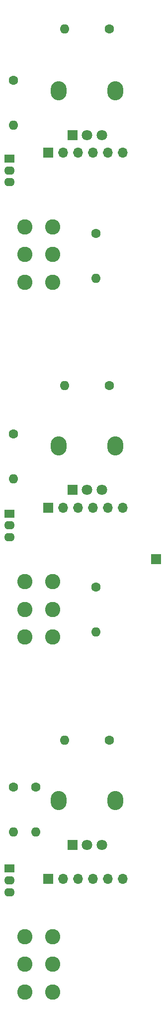
<source format=gts>
%TF.GenerationSoftware,KiCad,Pcbnew,9.0.0*%
%TF.CreationDate,2025-03-16T11:10:10+01:00*%
%TF.ProjectId,DMH_Tripple_VCA_PCB_2,444d485f-5472-4697-9070-6c655f564341,1*%
%TF.SameCoordinates,Original*%
%TF.FileFunction,Soldermask,Top*%
%TF.FilePolarity,Negative*%
%FSLAX46Y46*%
G04 Gerber Fmt 4.6, Leading zero omitted, Abs format (unit mm)*
G04 Created by KiCad (PCBNEW 9.0.0) date 2025-03-16 11:10:10*
%MOMM*%
%LPD*%
G01*
G04 APERTURE LIST*
%ADD10C,1.600000*%
%ADD11O,1.600000X1.600000*%
%ADD12O,2.720000X3.240000*%
%ADD13R,1.800000X1.800000*%
%ADD14C,1.800000*%
%ADD15R,1.700000X1.700000*%
%ADD16R,1.800000X1.400000*%
%ADD17O,1.800000X1.400000*%
%ADD18C,2.600000*%
%ADD19O,1.700000X1.700000*%
G04 APERTURE END LIST*
D10*
%TO.C,R55*%
X87060000Y-170750000D03*
D11*
X79440000Y-170750000D03*
%TD*%
D12*
%TO.C,RV6*%
X78450000Y-181000000D03*
X88050000Y-181000000D03*
D13*
X80750000Y-188500000D03*
D14*
X83250000Y-188500000D03*
X85750000Y-188500000D03*
%TD*%
D10*
%TO.C,R61*%
X70750000Y-178690000D03*
D11*
X70750000Y-186310000D03*
%TD*%
D10*
%TO.C,R57*%
X70750000Y-58690000D03*
D11*
X70750000Y-66310000D03*
%TD*%
D15*
%TO.C,J0*%
X95000000Y-140000000D03*
%TD*%
D10*
%TO.C,R58*%
X84750000Y-144690000D03*
D11*
X84750000Y-152310000D03*
%TD*%
D16*
%TO.C,D7*%
X70000000Y-132250000D03*
D17*
X70000000Y-134250000D03*
X70000000Y-136250000D03*
%TD*%
D10*
%TO.C,R53*%
X87060000Y-50000000D03*
D11*
X79440000Y-50000000D03*
%TD*%
D18*
%TO.C,SW3*%
X77375000Y-204050000D03*
X77375000Y-208750000D03*
X77375000Y-213450000D03*
X72625000Y-204050000D03*
X72625000Y-208750000D03*
X72625000Y-213450000D03*
%TD*%
D16*
%TO.C,D8*%
X70000000Y-192500000D03*
D17*
X70000000Y-194500000D03*
X70000000Y-196500000D03*
%TD*%
D12*
%TO.C,RV4*%
X78450000Y-60500000D03*
X88050000Y-60500000D03*
D13*
X80750000Y-68000000D03*
D14*
X83250000Y-68000000D03*
X85750000Y-68000000D03*
%TD*%
D10*
%TO.C,R54*%
X87060000Y-110500000D03*
D11*
X79440000Y-110500000D03*
%TD*%
D18*
%TO.C,SW2*%
X77375000Y-143800000D03*
X77375000Y-148500000D03*
X77375000Y-153200000D03*
X72625000Y-143800000D03*
X72625000Y-148500000D03*
X72625000Y-153200000D03*
%TD*%
D16*
%TO.C,D6*%
X70000000Y-72000000D03*
D17*
X70000000Y-74000000D03*
X70000000Y-76000000D03*
%TD*%
D10*
%TO.C,R59*%
X70750000Y-118690000D03*
D11*
X70750000Y-126310000D03*
%TD*%
D18*
%TO.C,SW1*%
X77375000Y-83550000D03*
X77375000Y-88250000D03*
X77375000Y-92950000D03*
X72625000Y-83550000D03*
X72625000Y-88250000D03*
X72625000Y-92950000D03*
%TD*%
D10*
%TO.C,R60*%
X74500000Y-178690000D03*
D11*
X74500000Y-186310000D03*
%TD*%
D12*
%TO.C,RV5*%
X78450000Y-120750000D03*
X88050000Y-120750000D03*
D13*
X80750000Y-128250000D03*
D14*
X83250000Y-128250000D03*
X85750000Y-128250000D03*
%TD*%
D10*
%TO.C,R56*%
X84750000Y-84690000D03*
D11*
X84750000Y-92310000D03*
%TD*%
D15*
%TO.C,J60*%
X76675000Y-131225000D03*
D19*
X79215000Y-131225000D03*
X81755000Y-131225000D03*
X84295000Y-131225000D03*
X86835000Y-131225000D03*
X89375000Y-131225000D03*
%TD*%
D15*
%TO.C,J70*%
X76675000Y-194225000D03*
D19*
X79215000Y-194225000D03*
X81755000Y-194225000D03*
X84295000Y-194225000D03*
X86835000Y-194225000D03*
X89375000Y-194225000D03*
%TD*%
D15*
%TO.C,J50*%
X76675000Y-70975000D03*
D19*
X79215000Y-70975000D03*
X81755000Y-70975000D03*
X84295000Y-70975000D03*
X86835000Y-70975000D03*
X89375000Y-70975000D03*
%TD*%
M02*

</source>
